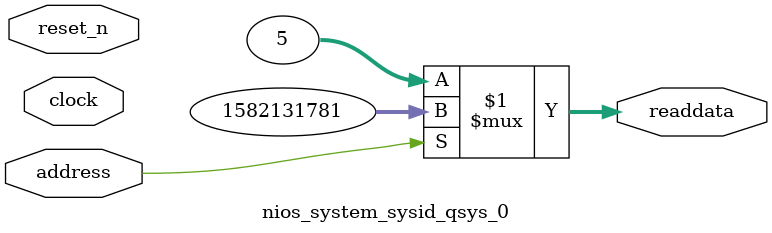
<source format=v>



// synthesis translate_off
`timescale 1ns / 1ps
// synthesis translate_on

// turn off superfluous verilog processor warnings 
// altera message_level Level1 
// altera message_off 10034 10035 10036 10037 10230 10240 10030 

module nios_system_sysid_qsys_0 (
               // inputs:
                address,
                clock,
                reset_n,

               // outputs:
                readdata
             )
;

  output  [ 31: 0] readdata;
  input            address;
  input            clock;
  input            reset_n;

  wire    [ 31: 0] readdata;
  //control_slave, which is an e_avalon_slave
  assign readdata = address ? 1582131781 : 5;

endmodule



</source>
